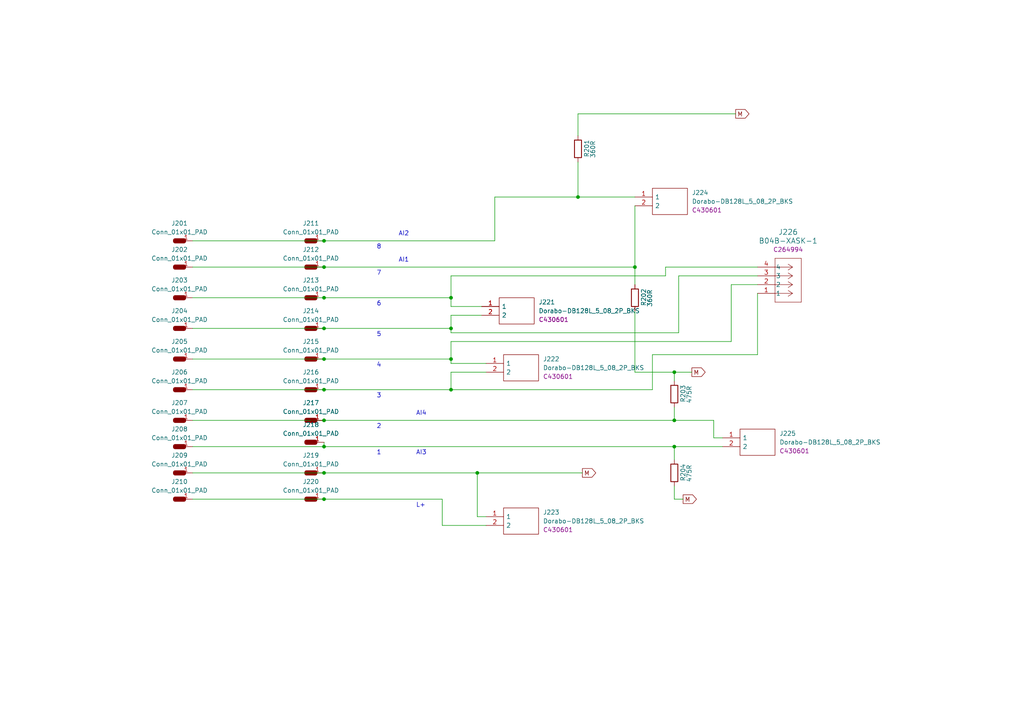
<source format=kicad_sch>
(kicad_sch (version 20230121) (generator eeschema)
  (paper "A4")
  (title_block (title "PLC INPUTS"))
  (lib_symbols
    (symbol "Device:R" (pin_numbers hide) (pin_names (offset 0))
      (property "Reference" "R" (at 2.032 0 90))
      (property "Value" "R" (at 0 0 90))
      (symbol "R_0_1"
        (rectangle (start -1.016 -2.54) (end 1.016 2.54) (stroke (width 0.254)))
      )
      (symbol "R_1_1"
        (pin passive line (at 0 3.81 270) (length 1.27) (name "~") (number "1"))
        (pin passive line (at 0 -3.81 90) (length 1.27) (name "~") (number "2"))
      )
    )
    (symbol "PCB_Library:1729128" (pin_names (offset 0.762))
      (property "Reference" "J" (at 16.51 7.62 0))
      (property "Value" "1729128" (at 16.51 5.08 0))
      (property "LCSC" "C557665" (at 8.89 5.08 0))
      (symbol "1729128_0_0"
        (pin passive line (at 0 0 0) (length 5.08) (name "1") (number "1"))
        (pin passive line (at 0 -2.54 0) (length 5.08) (name "2") (number "2"))
      )
      (symbol "1729128_0_1"
        (polyline (pts (xy 5.08 2.54) (xy 15.24 2.54) (xy 15.24 -5.08) (xy 5.08 -5.08) (xy 5.08 2.54)) (stroke (width 0.1524)))
      )
    )
    (symbol "PCB_Library:B04B-XASK-1" (pin_names (offset 0.254))
      (property "Reference" "J" (at 13.97 6.35 0))
      (property "Value" "B04B-XASK-1" (at 3.81 3.81 0))
      (property "LCSC" "C264994" (at 3.81 7.62 0))
      (symbol "B04B-XASK-1_1_1"
        (polyline (pts (xy 5.08 -10.16) (xy 12.7 -10.16)) (stroke (width 0.127)))
        (polyline (pts (xy 5.08 2.54) (xy 5.08 -10.16)) (stroke (width 0.127)))
        (polyline (pts (xy 10.16 -7.62) (xy 5.08 -7.62)) (stroke (width 0.127)))
        (polyline (pts (xy 10.16 -7.62) (xy 8.89 -8.4667)) (stroke (width 0.127)))
        (polyline (pts (xy 10.16 -7.62) (xy 8.89 -6.7733)) (stroke (width 0.127)))
        (polyline (pts (xy 10.16 -5.08) (xy 5.08 -5.08)) (stroke (width 0.127)))
        (polyline (pts (xy 10.16 -5.08) (xy 8.89 -5.9267)) (stroke (width 0.127)))
        (polyline (pts (xy 10.16 -5.08) (xy 8.89 -4.2333)) (stroke (width 0.127)))
        (polyline (pts (xy 10.16 -2.54) (xy 5.08 -2.54)) (stroke (width 0.127)))
        (polyline (pts (xy 10.16 -2.54) (xy 8.89 -3.3867)) (stroke (width 0.127)))
        (polyline (pts (xy 10.16 -2.54) (xy 8.89 -1.6933)) (stroke (width 0.127)))
        (polyline (pts (xy 10.16 0) (xy 5.08 0)) (stroke (width 0.127)))
        (polyline (pts (xy 10.16 0) (xy 8.89 -0.8467)) (stroke (width 0.127)))
        (polyline (pts (xy 10.16 0) (xy 8.89 0.8467)) (stroke (width 0.127)))
        (polyline (pts (xy 12.7 -10.16) (xy 12.7 2.54)) (stroke (width 0.127)))
        (polyline (pts (xy 12.7 2.54) (xy 5.08 2.54)) (stroke (width 0.127)))
        (pin unspecified line (at 0 0 0) (length 5.08) (name "1") (number "1"))
        (pin unspecified line (at 0 -2.54 0) (length 5.08) (name "2") (number "2"))
        (pin unspecified line (at 0 -5.08 0) (length 5.08) (name "3") (number "3"))
        (pin unspecified line (at 0 -7.62 0) (length 5.08) (name "4") (number "4"))
      )
      (symbol "B04B-XASK-1_1_2"
        (polyline (pts (xy 5.08 -10.16) (xy 12.7 -10.16)) (stroke (width 0.127)))
        (polyline (pts (xy 5.08 2.54) (xy 5.08 -10.16)) (stroke (width 0.127)))
        (polyline (pts (xy 7.62 -7.62) (xy 5.08 -7.62)) (stroke (width 0.127)))
        (polyline (pts (xy 7.62 -7.62) (xy 8.89 -8.4667)) (stroke (width 0.127)))
        (polyline (pts (xy 7.62 -7.62) (xy 8.89 -6.7733)) (stroke (width 0.127)))
        (polyline (pts (xy 7.62 -5.08) (xy 5.08 -5.08)) (stroke (width 0.127)))
        (polyline (pts (xy 7.62 -5.08) (xy 8.89 -5.9267)) (stroke (width 0.127)))
        (polyline (pts (xy 7.62 -5.08) (xy 8.89 -4.2333)) (stroke (width 0.127)))
        (polyline (pts (xy 7.62 -2.54) (xy 5.08 -2.54)) (stroke (width 0.127)))
        (polyline (pts (xy 7.62 -2.54) (xy 8.89 -3.3867)) (stroke (width 0.127)))
        (polyline (pts (xy 7.62 -2.54) (xy 8.89 -1.6933)) (stroke (width 0.127)))
        (polyline (pts (xy 7.62 0) (xy 5.08 0)) (stroke (width 0.127)))
        (polyline (pts (xy 7.62 0) (xy 8.89 -0.8467)) (stroke (width 0.127)))
        (polyline (pts (xy 7.62 0) (xy 8.89 0.8467)) (stroke (width 0.127)))
        (polyline (pts (xy 12.7 -10.16) (xy 12.7 2.54)) (stroke (width 0.127)))
        (polyline (pts (xy 12.7 2.54) (xy 5.08 2.54)) (stroke (width 0.127)))
        (pin unspecified line (at 0 0 0) (length 5.08) (name "1") (number "1"))
        (pin unspecified line (at 0 -2.54 0) (length 5.08) (name "2") (number "2"))
        (pin unspecified line (at 0 -5.08 0) (length 5.08) (name "3") (number "3"))
        (pin unspecified line (at 0 -7.62 0) (length 5.08) (name "4") (number "4"))
      )
    )
    (symbol "PCB_Library:Conn_01x01_PAD" (pin_names (offset 1.016) hide)
      (property "Reference" "J" (at 0 2.54 0))
      (property "Value" "Conn_01x01_PAD" (at 1.27 -3.81 0))
      (symbol "Conn_01x01_PAD_1_1"
        (polyline (pts (xy 1.27 0) (xy 0.8636 0)) (stroke (width 0.1524)))
        (rectangle (start 0 0.127) (end 2.54 -0.127) (stroke (width 1.2192)) (fill (type outline)))
        (pin passive line (at 5.08 0 180) (length 3.81) (name "Pin_1") (number "1"))
      )
    )
  )
  (junction (at 130.81 86.36))
  (junction (at 93.98 129.54))
  (junction (at 93.98 113.03))
  (junction (at 195.58 107.95))
  (junction (at 93.98 121.92))
  (junction (at 130.81 95.25))
  (junction (at 130.81 113.03))
  (junction (at 184.15 77.47))
  (junction (at 93.98 69.85))
  (junction (at 93.98 137.16))
  (junction (at 195.58 129.54))
  (junction (at 93.98 95.25))
  (junction (at 93.98 86.36))
  (junction (at 167.64 57.15))
  (junction (at 93.98 144.78))
  (junction (at 195.58 121.92))
  (junction (at 93.98 77.47))
  (junction (at 93.98 104.14))
  (junction (at 138.43 137.16))
  (junction (at 130.81 104.14))
  (wire (pts (xy 168.91 137.16) (xy 138.43 137.16)))
  (wire (pts (xy 55.88 113.03) (xy 93.98 113.03)))
  (wire (pts (xy 207.01 127) (xy 209.55 127)))
  (wire (pts (xy 195.58 140.97) (xy 195.58 144.78)))
  (wire (pts (xy 138.43 149.86) (xy 140.97 149.86)))
  (wire (pts (xy 193.04 77.47) (xy 193.04 80.01)))
  (wire (pts (xy 55.88 95.25) (xy 93.98 95.25)))
  (wire (pts (xy 128.27 152.4) (xy 140.97 152.4)))
  (wire (pts (xy 130.81 88.9) (xy 139.7 88.9)))
  (wire (pts (xy 130.81 95.25) (xy 130.81 96.52)))
  (wire (pts (xy 195.58 144.78) (xy 198.12 144.78)))
  (wire (pts (xy 93.98 95.25) (xy 130.81 95.25)))
  (wire (pts (xy 184.15 59.69) (xy 184.15 77.47)))
  (wire (pts (xy 130.81 104.14) (xy 130.81 105.41)))
  (wire (pts (xy 130.81 80.01) (xy 130.81 86.36)))
  (wire (pts (xy 55.88 121.92) (xy 93.98 121.92)))
  (wire (pts (xy 167.64 57.15) (xy 184.15 57.15)))
  (wire (pts (xy 167.64 33.02) (xy 167.64 39.37)))
  (wire (pts (xy 130.81 96.52) (xy 196.85 96.52)))
  (wire (pts (xy 143.51 57.15) (xy 143.51 69.85)))
  (wire (pts (xy 207.01 121.92) (xy 195.58 121.92)))
  (wire (pts (xy 130.81 107.95) (xy 140.97 107.95)))
  (wire (pts (xy 143.51 57.15) (xy 167.64 57.15)))
  (wire (pts (xy 128.27 152.4) (xy 128.27 144.78)))
  (wire (pts (xy 193.04 80.01) (xy 130.81 80.01)))
  (wire (pts (xy 93.98 129.54) (xy 195.58 129.54)))
  (wire (pts (xy 130.81 105.41) (xy 140.97 105.41)))
  (wire (pts (xy 55.88 129.54) (xy 93.98 129.54)))
  (wire (pts (xy 195.58 129.54) (xy 209.55 129.54)))
  (wire (pts (xy 195.58 133.35) (xy 195.58 129.54)))
  (wire (pts (xy 55.88 77.47) (xy 93.98 77.47)))
  (wire (pts (xy 212.09 82.55) (xy 219.71 82.55)))
  (wire (pts (xy 93.98 128.27) (xy 93.98 129.54)))
  (wire (pts (xy 93.98 113.03) (xy 130.81 113.03)))
  (wire (pts (xy 219.71 77.47) (xy 193.04 77.47)))
  (wire (pts (xy 130.81 113.03) (xy 130.81 107.95)))
  (wire (pts (xy 196.85 96.52) (xy 196.85 80.01)))
  (wire (pts (xy 55.88 69.85) (xy 93.98 69.85)))
  (wire (pts (xy 219.71 102.87) (xy 189.23 102.87)))
  (wire (pts (xy 195.58 107.95) (xy 200.66 107.95)))
  (wire (pts (xy 184.15 90.17) (xy 184.15 107.95)))
  (wire (pts (xy 143.51 69.85) (xy 93.98 69.85)))
  (wire (pts (xy 130.81 104.14) (xy 130.81 99.06)))
  (wire (pts (xy 219.71 85.09) (xy 219.71 102.87)))
  (wire (pts (xy 184.15 77.47) (xy 184.15 82.55)))
  (wire (pts (xy 93.98 104.14) (xy 130.81 104.14)))
  (wire (pts (xy 55.88 86.36) (xy 93.98 86.36)))
  (wire (pts (xy 93.98 137.16) (xy 138.43 137.16)))
  (wire (pts (xy 55.88 137.16) (xy 93.98 137.16)))
  (wire (pts (xy 196.85 80.01) (xy 219.71 80.01)))
  (wire (pts (xy 189.23 113.03) (xy 130.81 113.03)))
  (wire (pts (xy 130.81 91.44) (xy 130.81 95.25)))
  (wire (pts (xy 93.98 86.36) (xy 130.81 86.36)))
  (wire (pts (xy 130.81 86.36) (xy 130.81 88.9)))
  (wire (pts (xy 184.15 107.95) (xy 195.58 107.95)))
  (wire (pts (xy 195.58 121.92) (xy 93.98 121.92)))
  (wire (pts (xy 93.98 144.78) (xy 128.27 144.78)))
  (wire (pts (xy 195.58 118.11) (xy 195.58 121.92)))
  (wire (pts (xy 207.01 127) (xy 207.01 121.92)))
  (wire (pts (xy 130.81 91.44) (xy 139.7 91.44)))
  (wire (pts (xy 130.81 99.06) (xy 212.09 99.06)))
  (wire (pts (xy 167.64 33.02) (xy 213.36 33.02)))
  (wire (pts (xy 189.23 102.87) (xy 189.23 113.03)))
  (wire (pts (xy 55.88 104.14) (xy 93.98 104.14)))
  (wire (pts (xy 167.64 46.99) (xy 167.64 57.15)))
  (wire (pts (xy 184.15 77.47) (xy 93.98 77.47)))
  (wire (pts (xy 55.88 144.78) (xy 93.98 144.78)))
  (wire (pts (xy 195.58 110.49) (xy 195.58 107.95)))
  (wire (pts (xy 138.43 137.16) (xy 138.43 149.86)))
  (wire (pts (xy 212.09 99.06) (xy 212.09 82.55)))
  (text "1" (at 109.22 132.08 0) (effects (font (size 1.27 1.27)) (justify left bottom)))
  (text "4" (at 109.22 106.68 0) (effects (font (size 1.27 1.27)) (justify left bottom)))
  (text "6" (at 109.22 88.9 0) (effects (font (size 1.27 1.27)) (justify left bottom)))
  (text "3" (at 109.22 115.57 0) (effects (font (size 1.27 1.27)) (justify left bottom)))
  (text "7" (at 109.22 80.01 0) (effects (font (size 1.27 1.27)) (justify left bottom)))
  (text "AI2" (at 115.57 68.58 0) (effects (font (size 1.27 1.27)) (justify left bottom)))
  (text "AI3" (at 120.65 132.08 0) (effects (font (size 1.27 1.27)) (justify left bottom)))
  (text "5" (at 109.22 97.79 0) (effects (font (size 1.27 1.27)) (justify left bottom)))
  (text "2" (at 109.22 124.46 0) (effects (font (size 1.27 1.27)) (justify left bottom)))
  (text "AI4" (at 120.65 120.65 0) (effects (font (size 1.27 1.27)) (justify left bottom)))
  (text "AI1" (at 115.57 76.2 0) (effects (font (size 1.27 1.27)) (justify left bottom)))
  (text "L+" (at 120.65 147.32 0) (effects (font (size 1.27 1.27)) (justify left bottom)))
  (text "8" (at 109.22 72.39 0) (effects (font (size 1.27 1.27)) (justify left bottom)))
  (global_label "M" (shape output) (at 168.91 137.16 0) (property "Intersheetrefs" "${INTERSHEET_REFS}" (effects hide)))
  (global_label "M" (shape output) (at 198.12 144.78 0) (property "Intersheetrefs" "${INTERSHEET_REFS}" (effects hide)))
  (global_label "M" (shape output) (at 213.36 33.02 0) (property "Intersheetrefs" "${INTERSHEET_REFS}" (effects hide)))
  (global_label "M" (shape output) (at 200.66 107.95 0) (property "Intersheetrefs" "${INTERSHEET_REFS}" (effects hide)))
  (symbol (lib_id "PCB_Library:Conn_01x01_PAD") (at 50.8 129.54 0) (unit 1)
    (property "Reference" "J208" (at 52.07 124.46 0))
    (property "Value" "Conn_01x01_PAD" (at 52.07 127 0))
    (property "Footprint" "PCB_Library:Conn_pin_PLC" (effects hide))
  )
  (symbol (lib_id "PCB_Library:1729128") (at 209.55 127 0) (unit 1)
    (property "Reference" "J225" (at 226.06 125.73 0) (effects (justify left)))
    (property "Value" "Dorabo-DB128L_5_08_2P_BKS" (at 226.06 128.27 0) (effects (justify left)))
    (property "Footprint" "PCB_Library:1729128" (effects hide))
    (property "Datasheet" "https://jlcpcb.com/partdetail/Dorabo-DB128L_5_08_2P_BKS/C430601" (effects hide))
    (property "Description" "PCB terminal block, nominal current: 13.5 A, rated voltage (III/2): 400 V, nominal cross section: 1.5 mm?, Number of potentials: 2, Number of rows: 1, Number of positions per row: 2, product range: MKDSN 1,5, pitch: 5.08 mm, connection method: Screw connection with tension sleeve, mounting: Wave soldering, conductor/PCB connection direction: 0 ?, color: green, Pin layout: Linear pinning, Solder pin [P]: 3.5 mm, type of packaging: packed in cardboard" (effects hide))
    (property "Height" "10.15" (effects hide))
    (property "Manufacturer_Part_Number" "1729128" (effects hide))
    (property "LCSC" "C430601" (at 226.06 130.81 0) (effects (justify left)))
  )
  (symbol (lib_id "PCB_Library:1729128") (at 140.97 149.86 0) (unit 1)
    (property "Reference" "J223" (at 157.48 148.59 0) (effects (justify left)))
    (property "Value" "Dorabo-DB128L_5_08_2P_BKS" (at 157.48 151.13 0) (effects (justify left)))
    (property "Footprint" "PCB_Library:1729128" (effects hide))
    (property "Datasheet" "https://jlcpcb.com/partdetail/Dorabo-DB128L_5_08_2P_BKS/C430601" (effects hide))
    (property "Description" "PCB terminal block, nominal current: 13.5 A, rated voltage (III/2): 400 V, nominal cross section: 1.5 mm?, Number of potentials: 2, Number of rows: 1, Number of positions per row: 2, product range: MKDSN 1,5, pitch: 5.08 mm, connection method: Screw connection with tension sleeve, mounting: Wave soldering, conductor/PCB connection direction: 0 ?, color: green, Pin layout: Linear pinning, Solder pin [P]: 3.5 mm, type of packaging: packed in cardboard" (effects hide))
    (property "Height" "10.15" (effects hide))
    (property "Manufacturer_Part_Number" "1729128" (effects hide))
    (property "LCSC" "C430601" (at 157.48 153.67 0) (effects (justify left)))
  )
  (symbol (lib_id "PCB_Library:Conn_01x01_PAD") (at 50.8 104.14 0) (unit 1)
    (property "Reference" "J205" (at 52.07 99.06 0))
    (property "Value" "Conn_01x01_PAD" (at 52.07 101.6 0))
    (property "Footprint" "PCB_Library:Conn_pin_PLC" (effects hide))
  )
  (symbol (lib_id "PCB_Library:Conn_01x01_PAD") (at 50.8 69.85 0) (unit 1)
    (property "Reference" "J201" (at 52.07 64.77 0))
    (property "Value" "Conn_01x01_PAD" (at 52.07 67.31 0))
    (property "Footprint" "PCB_Library:Conn_pin_PLC" (effects hide))
  )
  (symbol (lib_id "PCB_Library:Conn_01x01_PAD") (at 50.8 121.92 0) (unit 1)
    (property "Reference" "J207" (at 52.07 116.84 0))
    (property "Value" "Conn_01x01_PAD" (at 52.07 119.38 0))
    (property "Footprint" "PCB_Library:Conn_pin_PLC" (effects hide))
  )
  (symbol (lib_id "PCB_Library:Conn_01x01_PAD") (at 88.9 121.92 0) (unit 1)
    (property "Reference" "J217" (at 90.17 116.84 0))
    (property "Value" "Conn_01x01_PAD" (at 90.17 119.38 0))
    (property "Footprint" "PCB_Library:Conn_pin_PLC" (effects hide))
  )
  (symbol (lib_id "Device:R") (at 195.58 137.16 180) (unit 1)
    (property "Reference" "R204" (at 198.12 137.033 90))
    (property "Value" "475R" (at 199.898 137.287 90))
    (property "Footprint" "Resistor_THT:R_Axial_DIN0207_L6.3mm_D2.5mm_P5.08mm_Vertical" (effects hide))
    (property "Datasheet" "https://jlcpcb.com/partdetail/Yageo-MFR_25FTE52475R/C138206" (effects hide))
    (property "LCSC" "C138206" (effects hide))
    (property "MAX_TEMP" "125 C" (effects hide))
  )
  (symbol (lib_id "PCB_Library:Conn_01x01_PAD") (at 50.8 77.47 0) (unit 1)
    (property "Reference" "J202" (at 52.07 72.39 0))
    (property "Value" "Conn_01x01_PAD" (at 52.07 74.93 0))
    (property "Footprint" "PCB_Library:Conn_pin_PLC" (effects hide))
  )
  (symbol (lib_id "Device:R") (at 167.64 43.18 180) (unit 1)
    (property "Reference" "R201" (at 170.18 43.053 90))
    (property "Value" "360R" (at 171.958 43.307 90))
    (property "Footprint" "Resistor_THT:R_Axial_DIN0207_L6.3mm_D2.5mm_P5.08mm_Vertical" (effects hide))
    (property "Datasheet" "https://jlcpcb.com/partdetail/59694-MFR0W4F3600A50/C58649" (effects hide))
    (property "LCSC" "C58649" (effects hide))
    (property "MAX_TEMP" "125 C" (effects hide))
  )
  (symbol (lib_id "PCB_Library:Conn_01x01_PAD") (at 88.9 137.16 0) (unit 1)
    (property "Reference" "J219" (at 90.17 132.08 0))
    (property "Value" "Conn_01x01_PAD" (at 90.17 134.62 0))
    (property "Footprint" "PCB_Library:Conn_pin_PLC" (effects hide))
  )
  (symbol (lib_id "Device:R") (at 184.15 86.36 180) (unit 1)
    (property "Reference" "R202" (at 186.69 86.233 90))
    (property "Value" "360R" (at 188.468 86.487 90))
    (property "Footprint" "Resistor_THT:R_Axial_DIN0207_L6.3mm_D2.5mm_P5.08mm_Vertical" (effects hide))
    (property "Datasheet" "https://jlcpcb.com/partdetail/59694-MFR0W4F3600A50/C58649" (effects hide))
    (property "LCSC" "C58649" (effects hide))
    (property "MAX_TEMP" "125 C" (effects hide))
  )
  (symbol (lib_id "PCB_Library:1729128") (at 140.97 105.41 0) (unit 1)
    (property "Reference" "J222" (at 157.48 104.14 0) (effects (justify left)))
    (property "Value" "Dorabo-DB128L_5_08_2P_BKS" (at 157.48 106.68 0) (effects (justify left)))
    (property "Footprint" "PCB_Library:1729128" (effects hide))
    (property "Datasheet" "https://jlcpcb.com/partdetail/Dorabo-DB128L_5_08_2P_BKS/C430601" (effects hide))
    (property "Description" "PCB terminal block, nominal current: 13.5 A, rated voltage (III/2): 400 V, nominal cross section: 1.5 mm?, Number of potentials: 2, Number of rows: 1, Number of positions per row: 2, product range: MKDSN 1,5, pitch: 5.08 mm, connection method: Screw connection with tension sleeve, mounting: Wave soldering, conductor/PCB connection direction: 0 ?, color: green, Pin layout: Linear pinning, Solder pin [P]: 3.5 mm, type of packaging: packed in cardboard" (effects hide))
    (property "Height" "10.15" (effects hide))
    (property "Manufacturer_Part_Number" "1729128" (effects hide))
    (property "LCSC" "C430601" (at 157.48 109.22 0) (effects (justify left)))
  )
  (symbol (lib_id "PCB_Library:Conn_01x01_PAD") (at 88.9 104.14 0) (unit 1)
    (property "Reference" "J215" (at 90.17 99.06 0))
    (property "Value" "Conn_01x01_PAD" (at 90.17 101.6 0))
    (property "Footprint" "PCB_Library:Conn_pin_PLC" (effects hide))
  )
  (symbol (lib_id "PCB_Library:Conn_01x01_PAD") (at 88.9 86.36 0) (unit 1)
    (property "Reference" "J213" (at 90.17 81.28 0))
    (property "Value" "Conn_01x01_PAD" (at 90.17 83.82 0))
    (property "Footprint" "PCB_Library:Conn_pin_PLC" (effects hide))
  )
  (symbol (lib_id "PCB_Library:Conn_01x01_PAD") (at 50.8 137.16 0) (unit 1)
    (property "Reference" "J209" (at 52.07 132.08 0))
    (property "Value" "Conn_01x01_PAD" (at 52.07 134.62 0))
    (property "Footprint" "PCB_Library:Conn_pin_PLC" (effects hide))
  )
  (symbol (lib_id "PCB_Library:Conn_01x01_PAD") (at 50.8 95.25 0) (unit 1)
    (property "Reference" "J204" (at 52.07 90.17 0))
    (property "Value" "Conn_01x01_PAD" (at 52.07 92.71 0))
    (property "Footprint" "PCB_Library:Conn_pin_PLC" (effects hide))
  )
  (symbol (lib_id "PCB_Library:Conn_01x01_PAD") (at 50.8 144.78 0) (unit 1)
    (property "Reference" "J210" (at 52.07 139.7 0))
    (property "Value" "Conn_01x01_PAD" (at 52.07 142.24 0))
    (property "Footprint" "PCB_Library:Conn_pin_PLC" (effects hide))
  )
  (symbol (lib_id "PCB_Library:Conn_01x01_PAD") (at 88.9 144.78 0) (unit 1)
    (property "Reference" "J220" (at 90.17 139.7 0))
    (property "Value" "Conn_01x01_PAD" (at 90.17 142.24 0))
    (property "Footprint" "PCB_Library:Conn_pin_PLC" (effects hide))
  )
  (symbol (lib_id "PCB_Library:Conn_01x01_PAD") (at 88.9 113.03 0) (unit 1)
    (property "Reference" "J216" (at 90.17 107.95 0))
    (property "Value" "Conn_01x01_PAD" (at 90.17 110.49 0))
    (property "Footprint" "PCB_Library:Conn_pin_PLC" (effects hide))
  )
  (symbol (lib_id "Device:R") (at 195.58 114.3 180) (unit 1)
    (property "Reference" "R203" (at 198.12 114.173 90))
    (property "Value" "475R" (at 199.898 114.427 90))
    (property "Footprint" "Resistor_THT:R_Axial_DIN0207_L6.3mm_D2.5mm_P5.08mm_Vertical" (effects hide))
    (property "Datasheet" "https://jlcpcb.com/partdetail/Yageo-MFR_25FTE52475R/C138206" (effects hide))
    (property "LCSC" "C138206" (effects hide))
    (property "MAX_TEMP" "125 C" (effects hide))
  )
  (symbol (lib_id "PCB_Library:Conn_01x01_PAD") (at 50.8 86.36 0) (unit 1)
    (property "Reference" "J203" (at 52.07 81.28 0))
    (property "Value" "Conn_01x01_PAD" (at 52.07 83.82 0))
    (property "Footprint" "PCB_Library:Conn_pin_PLC" (effects hide))
  )
  (symbol (lib_id "PCB_Library:Conn_01x01_PAD") (at 88.9 95.25 0) (unit 1)
    (property "Reference" "J214" (at 90.17 90.17 0))
    (property "Value" "Conn_01x01_PAD" (at 90.17 92.71 0))
    (property "Footprint" "PCB_Library:Conn_pin_PLC" (effects hide))
  )
  (symbol (lib_id "PCB_Library:Conn_01x01_PAD") (at 88.9 128.27 0) (unit 1)
    (property "Reference" "J218" (at 90.17 123.19 0))
    (property "Value" "Conn_01x01_PAD" (at 90.17 125.73 0))
    (property "Footprint" "PCB_Library:Conn_pin_PLC" (effects hide))
  )
  (symbol (lib_id "PCB_Library:Conn_01x01_PAD") (at 88.9 77.47 0) (unit 1)
    (property "Reference" "J212" (at 90.17 72.39 0))
    (property "Value" "Conn_01x01_PAD" (at 90.17 74.93 0))
    (property "Footprint" "PCB_Library:Conn_pin_PLC" (effects hide))
  )
  (symbol (lib_id "PCB_Library:Conn_01x01_PAD") (at 50.8 113.03 0) (unit 1)
    (property "Reference" "J206" (at 52.07 107.95 0))
    (property "Value" "Conn_01x01_PAD" (at 52.07 110.49 0))
    (property "Footprint" "PCB_Library:Conn_pin_PLC" (effects hide))
  )
  (symbol (lib_id "PCB_Library:B04B-XASK-1") (at 219.71 85.09 0) (mirror x) (unit 1)
    (property "Reference" "J226" (at 228.6 67.31 0) (effects (font (size 1.524 1.524))))
    (property "Value" "B04B-XASK-1" (at 228.6 69.85 0) (effects (font (size 1.524 1.524))))
    (property "Footprint" "PCB_Library:CONN_B04B-XASK-1_JST" (effects hide))
    (property "Datasheet" "B04B-XASK-1" (effects hide))
    (property "LCSC" "C264994" (at 228.6 72.39 0))
  )
  (symbol (lib_id "PCB_Library:1729128") (at 184.15 57.15 0) (unit 1)
    (property "Reference" "J224" (at 200.66 55.88 0) (effects (justify left)))
    (property "Value" "Dorabo-DB128L_5_08_2P_BKS" (at 200.66 58.42 0) (effects (justify left)))
    (property "Footprint" "PCB_Library:1729128" (effects hide))
    (property "Datasheet" "https://jlcpcb.com/partdetail/Dorabo-DB128L_5_08_2P_BKS/C430601" (effects hide))
    (property "Description" "PCB terminal block, nominal current: 13.5 A, rated voltage (III/2): 400 V, nominal cross section: 1.5 mm?, Number of potentials: 2, Number of rows: 1, Number of positions per row: 2, product range: MKDSN 1,5, pitch: 5.08 mm, connection method: Screw connection with tension sleeve, mounting: Wave soldering, conductor/PCB connection direction: 0 ?, color: green, Pin layout: Linear pinning, Solder pin [P]: 3.5 mm, type of packaging: packed in cardboard" (effects hide))
    (property "Height" "10.15" (effects hide))
    (property "Manufacturer_Part_Number" "1729128" (effects hide))
    (property "LCSC" "C430601" (at 200.66 60.96 0) (effects (justify left)))
  )
  (symbol (lib_id "PCB_Library:1729128") (at 139.7 88.9 0) (unit 1)
    (property "Reference" "J221" (at 156.21 87.63 0) (effects (justify left)))
    (property "Value" "Dorabo-DB128L_5_08_2P_BKS" (at 156.21 90.17 0) (effects (justify left)))
    (property "Footprint" "PCB_Library:1729128" (effects hide))
    (property "Datasheet" "https://jlcpcb.com/partdetail/Dorabo-DB128L_5_08_2P_BKS/C430601" (effects hide))
    (property "Description" "PCB terminal block, nominal current: 13.5 A, rated voltage (III/2): 400 V, nominal cross section: 1.5 mm?, Number of potentials: 2, Number of rows: 1, Number of positions per row: 2, product range: MKDSN 1,5, pitch: 5.08 mm, connection method: Screw connection with tension sleeve, mounting: Wave soldering, conductor/PCB connection direction: 0 ?, color: green, Pin layout: Linear pinning, Solder pin [P]: 3.5 mm, type of packaging: packed in cardboard" (effects hide))
    (property "Height" "10.15" (effects hide))
    (property "Manufacturer_Part_Number" "1729128" (effects hide))
    (property "LCSC" "C430601" (at 156.21 92.71 0) (effects (justify left)))
  )
  (symbol (lib_id "PCB_Library:Conn_01x01_PAD") (at 88.9 69.85 0) (unit 1)
    (property "Reference" "J211" (at 90.17 64.77 0))
    (property "Value" "Conn_01x01_PAD" (at 90.17 67.31 0))
    (property "Footprint" "PCB_Library:Conn_pin_PLC" (effects hide))
  )
)
</source>
